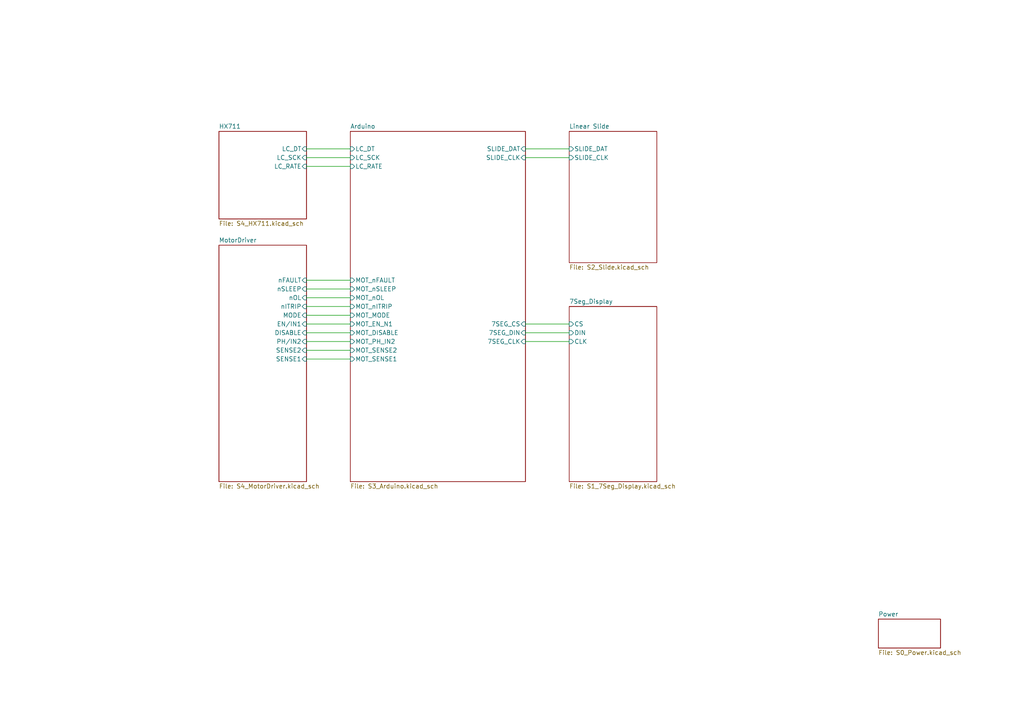
<source format=kicad_sch>
(kicad_sch
	(version 20231120)
	(generator "eeschema")
	(generator_version "8.0")
	(uuid "2bf3ea67-58b8-47b3-a768-ea6950b40edf")
	(paper "A4")
	(lib_symbols)
	(wire
		(pts
			(xy 88.9 93.98) (xy 101.6 93.98)
		)
		(stroke
			(width 0)
			(type default)
		)
		(uuid "13828b07-98cd-4d8a-93cf-6676beae70ca")
	)
	(wire
		(pts
			(xy 88.9 91.44) (xy 101.6 91.44)
		)
		(stroke
			(width 0)
			(type default)
		)
		(uuid "1bf9e015-fa19-4848-8439-4f99d1849710")
	)
	(wire
		(pts
			(xy 88.9 99.06) (xy 101.6 99.06)
		)
		(stroke
			(width 0)
			(type default)
		)
		(uuid "2661d765-ed6f-437b-b13c-65e2c1c4eee0")
	)
	(wire
		(pts
			(xy 88.9 83.82) (xy 101.6 83.82)
		)
		(stroke
			(width 0)
			(type default)
		)
		(uuid "4e1e7deb-2adc-4d94-8375-3c7a3eefce6e")
	)
	(wire
		(pts
			(xy 88.9 86.36) (xy 101.6 86.36)
		)
		(stroke
			(width 0)
			(type default)
		)
		(uuid "5d9d9a46-0b51-4412-8572-e8c25adedb27")
	)
	(wire
		(pts
			(xy 88.9 96.52) (xy 101.6 96.52)
		)
		(stroke
			(width 0)
			(type default)
		)
		(uuid "8b27597a-8947-4b42-bbed-e154924c17cf")
	)
	(wire
		(pts
			(xy 88.9 48.26) (xy 101.6 48.26)
		)
		(stroke
			(width 0)
			(type default)
		)
		(uuid "9281d0f0-0ba7-4e54-a188-0e1b0643a3b2")
	)
	(wire
		(pts
			(xy 152.4 96.52) (xy 165.1 96.52)
		)
		(stroke
			(width 0)
			(type default)
		)
		(uuid "93f2bc31-41ec-4c04-9e92-773723413dbe")
	)
	(wire
		(pts
			(xy 88.9 104.14) (xy 101.6 104.14)
		)
		(stroke
			(width 0)
			(type default)
		)
		(uuid "ada1be23-534a-4da3-83cb-abbc050f0468")
	)
	(wire
		(pts
			(xy 152.4 99.06) (xy 165.1 99.06)
		)
		(stroke
			(width 0)
			(type default)
		)
		(uuid "b53c871e-9079-4fc9-923d-159d8b1c1f6d")
	)
	(wire
		(pts
			(xy 88.9 81.28) (xy 101.6 81.28)
		)
		(stroke
			(width 0)
			(type default)
		)
		(uuid "bcf3f6b8-3fcb-4d30-97f5-850a27f0377c")
	)
	(wire
		(pts
			(xy 88.9 101.6) (xy 101.6 101.6)
		)
		(stroke
			(width 0)
			(type default)
		)
		(uuid "bee57d3d-d553-4dc2-9b8d-63373d8dfcca")
	)
	(wire
		(pts
			(xy 152.4 45.72) (xy 165.1 45.72)
		)
		(stroke
			(width 0)
			(type default)
		)
		(uuid "c9431d5d-9915-4b55-b163-0e5bcd442e85")
	)
	(wire
		(pts
			(xy 152.4 43.18) (xy 165.1 43.18)
		)
		(stroke
			(width 0)
			(type default)
		)
		(uuid "d5999f4e-7b30-48d9-9a8a-d7b28acd9f8d")
	)
	(wire
		(pts
			(xy 88.9 88.9) (xy 101.6 88.9)
		)
		(stroke
			(width 0)
			(type default)
		)
		(uuid "d951428c-9c59-4de5-a86b-0f69f3c2ed54")
	)
	(wire
		(pts
			(xy 88.9 43.18) (xy 101.6 43.18)
		)
		(stroke
			(width 0)
			(type default)
		)
		(uuid "e6f88d71-11f3-4fcb-9aec-736ea4bf6647")
	)
	(wire
		(pts
			(xy 152.4 93.98) (xy 165.1 93.98)
		)
		(stroke
			(width 0)
			(type default)
		)
		(uuid "e7445abf-b371-48e9-ae18-2ab161e6c1ab")
	)
	(wire
		(pts
			(xy 88.9 45.72) (xy 101.6 45.72)
		)
		(stroke
			(width 0)
			(type default)
		)
		(uuid "e8d63d33-b8b7-459e-9a54-464c9c122f21")
	)
	(sheet
		(at 165.1 38.1)
		(size 25.4 38.1)
		(fields_autoplaced yes)
		(stroke
			(width 0.1524)
			(type solid)
		)
		(fill
			(color 0 0 0 0.0000)
		)
		(uuid "2a108526-cc67-4813-b443-9c33235e24c0")
		(property "Sheetname" "Linear Slide"
			(at 165.1 37.3884 0)
			(effects
				(font
					(size 1.27 1.27)
				)
				(justify left bottom)
			)
		)
		(property "Sheetfile" "S2_Slide.kicad_sch"
			(at 165.1 76.7846 0)
			(effects
				(font
					(size 1.27 1.27)
				)
				(justify left top)
			)
		)
		(pin "SLIDE_DAT" input
			(at 165.1 43.18 180)
			(effects
				(font
					(size 1.27 1.27)
				)
				(justify left)
			)
			(uuid "2314da02-1691-4925-920a-d7096f8002b2")
		)
		(pin "SLIDE_CLK" input
			(at 165.1 45.72 180)
			(effects
				(font
					(size 1.27 1.27)
				)
				(justify left)
			)
			(uuid "0bed45dc-1b24-4ca3-97ca-3d387d77dc7f")
		)
		(instances
			(project "UMTK"
				(path "/2bf3ea67-58b8-47b3-a768-ea6950b40edf"
					(page "8")
				)
			)
		)
	)
	(sheet
		(at 63.5 71.12)
		(size 25.4 68.58)
		(fields_autoplaced yes)
		(stroke
			(width 0.1524)
			(type solid)
		)
		(fill
			(color 0 0 0 0.0000)
		)
		(uuid "429db1c7-ec58-4147-903c-f97ceea1f1c2")
		(property "Sheetname" "MotorDriver"
			(at 63.5 70.4084 0)
			(effects
				(font
					(size 1.27 1.27)
				)
				(justify left bottom)
			)
		)
		(property "Sheetfile" "S4_MotorDriver.kicad_sch"
			(at 63.5 140.2846 0)
			(effects
				(font
					(size 1.27 1.27)
				)
				(justify left top)
			)
		)
		(pin "nFAULT" input
			(at 88.9 81.28 0)
			(effects
				(font
					(size 1.27 1.27)
				)
				(justify right)
			)
			(uuid "314f6cf1-5333-4044-bd42-494395191153")
		)
		(pin "nSLEEP" input
			(at 88.9 83.82 0)
			(effects
				(font
					(size 1.27 1.27)
				)
				(justify right)
			)
			(uuid "933b0265-83d6-4dae-9d92-1ebdec96f60d")
		)
		(pin "nOL" input
			(at 88.9 86.36 0)
			(effects
				(font
					(size 1.27 1.27)
				)
				(justify right)
			)
			(uuid "37644617-30e8-47de-a08a-ca6e76a6ca42")
		)
		(pin "nITRIP" input
			(at 88.9 88.9 0)
			(effects
				(font
					(size 1.27 1.27)
				)
				(justify right)
			)
			(uuid "ebd1b327-a372-40f6-920f-0a2caf39b446")
		)
		(pin "MODE" input
			(at 88.9 91.44 0)
			(effects
				(font
					(size 1.27 1.27)
				)
				(justify right)
			)
			(uuid "b4a319b2-cfba-45ad-abcf-5ea97ff71bae")
		)
		(pin "EN{slash}IN1" input
			(at 88.9 93.98 0)
			(effects
				(font
					(size 1.27 1.27)
				)
				(justify right)
			)
			(uuid "01e20a15-9046-476c-b29b-d503f6c0bad1")
		)
		(pin "DISABLE" input
			(at 88.9 96.52 0)
			(effects
				(font
					(size 1.27 1.27)
				)
				(justify right)
			)
			(uuid "b9294a54-c3a5-4809-a9ff-859112363c3b")
		)
		(pin "PH{slash}IN2" input
			(at 88.9 99.06 0)
			(effects
				(font
					(size 1.27 1.27)
				)
				(justify right)
			)
			(uuid "3e2dbac4-f2da-45be-a6d3-528587b30948")
		)
		(pin "SENSE2" input
			(at 88.9 101.6 0)
			(effects
				(font
					(size 1.27 1.27)
				)
				(justify right)
			)
			(uuid "110a599a-f3c4-4cb5-acc5-79ab0cba114b")
		)
		(pin "SENSE1" input
			(at 88.9 104.14 0)
			(effects
				(font
					(size 1.27 1.27)
				)
				(justify right)
			)
			(uuid "f5e193be-8c5b-4839-9edb-4cd463990c92")
		)
		(instances
			(project "UMTK"
				(path "/2bf3ea67-58b8-47b3-a768-ea6950b40edf"
					(page "5")
				)
			)
		)
	)
	(sheet
		(at 101.6 38.1)
		(size 50.8 101.6)
		(fields_autoplaced yes)
		(stroke
			(width 0.1524)
			(type solid)
		)
		(fill
			(color 0 0 0 0.0000)
		)
		(uuid "5307a5c4-d831-4669-9d3e-75e94c372d80")
		(property "Sheetname" "Arduino"
			(at 101.6 37.3884 0)
			(effects
				(font
					(size 1.27 1.27)
				)
				(justify left bottom)
			)
		)
		(property "Sheetfile" "S3_Arduino.kicad_sch"
			(at 101.6 140.2846 0)
			(effects
				(font
					(size 1.27 1.27)
				)
				(justify left top)
			)
		)
		(pin "LC_RATE" input
			(at 101.6 48.26 180)
			(effects
				(font
					(size 1.27 1.27)
				)
				(justify left)
			)
			(uuid "da20c806-a07d-4a46-8374-bb1827529467")
		)
		(pin "MOT_SENSE2" input
			(at 101.6 101.6 180)
			(effects
				(font
					(size 1.27 1.27)
				)
				(justify left)
			)
			(uuid "81b588d5-3974-41b4-88b7-f0e53b9b83f8")
		)
		(pin "MOT_SENSE1" input
			(at 101.6 104.14 180)
			(effects
				(font
					(size 1.27 1.27)
				)
				(justify left)
			)
			(uuid "b29bb294-9fc1-4495-bb42-8923a9a4c70c")
		)
		(pin "7SEG_CS" input
			(at 152.4 93.98 0)
			(effects
				(font
					(size 1.27 1.27)
				)
				(justify right)
			)
			(uuid "21924c5b-8c34-47f8-9b78-658f0bc83c44")
		)
		(pin "7SEG_DIN" input
			(at 152.4 96.52 0)
			(effects
				(font
					(size 1.27 1.27)
				)
				(justify right)
			)
			(uuid "7a83feb0-adba-491b-8c24-7a417971b5d9")
		)
		(pin "SLIDE_CLK" input
			(at 152.4 45.72 0)
			(effects
				(font
					(size 1.27 1.27)
				)
				(justify right)
			)
			(uuid "8c8177e3-6a37-4d63-be18-f1c5133db452")
		)
		(pin "SLIDE_DAT" input
			(at 152.4 43.18 0)
			(effects
				(font
					(size 1.27 1.27)
				)
				(justify right)
			)
			(uuid "821c5ea2-608f-41b7-b7f2-4fbbd5d22f7f")
		)
		(pin "7SEG_CLK" input
			(at 152.4 99.06 0)
			(effects
				(font
					(size 1.27 1.27)
				)
				(justify right)
			)
			(uuid "5344b51b-3a93-40d1-b96f-3347bfcfc1b7")
		)
		(pin "MOT_nFAULT" input
			(at 101.6 81.28 180)
			(effects
				(font
					(size 1.27 1.27)
				)
				(justify left)
			)
			(uuid "99a74000-7a1c-46b8-b499-ee9cc049c9cd")
		)
		(pin "MOT_nSLEEP" input
			(at 101.6 83.82 180)
			(effects
				(font
					(size 1.27 1.27)
				)
				(justify left)
			)
			(uuid "8bd7219b-4321-4abb-9b5f-d401829e662f")
		)
		(pin "MOT_nOL" input
			(at 101.6 86.36 180)
			(effects
				(font
					(size 1.27 1.27)
				)
				(justify left)
			)
			(uuid "9f51cee1-d176-4422-a83a-a991289d0e92")
		)
		(pin "MOT_MODE" input
			(at 101.6 91.44 180)
			(effects
				(font
					(size 1.27 1.27)
				)
				(justify left)
			)
			(uuid "de2be684-5ed7-4e98-add6-880efbd0579c")
		)
		(pin "MOT_EN_N1" input
			(at 101.6 93.98 180)
			(effects
				(font
					(size 1.27 1.27)
				)
				(justify left)
			)
			(uuid "4cdf8465-63ba-4d2c-be9a-bc97410afbc9")
		)
		(pin "MOT_DISABLE" input
			(at 101.6 96.52 180)
			(effects
				(font
					(size 1.27 1.27)
				)
				(justify left)
			)
			(uuid "42ed4e5b-ff17-4dde-9f88-2b5eb7dfeb69")
		)
		(pin "MOT_PH_IN2" input
			(at 101.6 99.06 180)
			(effects
				(font
					(size 1.27 1.27)
				)
				(justify left)
			)
			(uuid "fd2c8231-a494-46f5-b41d-e6a19dc13e57")
		)
		(pin "LC_DT" input
			(at 101.6 43.18 180)
			(effects
				(font
					(size 1.27 1.27)
				)
				(justify left)
			)
			(uuid "672a6956-91dd-4fe1-bc76-a6410efafe1e")
		)
		(pin "LC_SCK" input
			(at 101.6 45.72 180)
			(effects
				(font
					(size 1.27 1.27)
				)
				(justify left)
			)
			(uuid "3408b465-1c2c-4b1c-9d85-34e5733e7ad9")
		)
		(pin "MOT_nITRIP" input
			(at 101.6 88.9 180)
			(effects
				(font
					(size 1.27 1.27)
				)
				(justify left)
			)
			(uuid "821caac9-aaae-43cc-a693-1c02ad52c2d8")
		)
		(instances
			(project "UMTK"
				(path "/2bf3ea67-58b8-47b3-a768-ea6950b40edf"
					(page "4")
				)
			)
		)
	)
	(sheet
		(at 254.762 179.578)
		(size 18.034 8.382)
		(fields_autoplaced yes)
		(stroke
			(width 0.1524)
			(type solid)
		)
		(fill
			(color 0 0 0 0.0000)
		)
		(uuid "9034045e-70ca-44cd-84b0-62f91947c95b")
		(property "Sheetname" "Power"
			(at 254.762 178.8664 0)
			(effects
				(font
					(size 1.27 1.27)
				)
				(justify left bottom)
			)
		)
		(property "Sheetfile" "S0_Power.kicad_sch"
			(at 254.762 188.5446 0)
			(effects
				(font
					(size 1.27 1.27)
				)
				(justify left top)
			)
		)
		(instances
			(project "UMTK"
				(path "/2bf3ea67-58b8-47b3-a768-ea6950b40edf"
					(page "7")
				)
			)
		)
	)
	(sheet
		(at 165.1 88.9)
		(size 25.4 50.8)
		(fields_autoplaced yes)
		(stroke
			(width 0.1524)
			(type solid)
		)
		(fill
			(color 0 0 0 0.0000)
		)
		(uuid "96966801-b9b1-4005-b7bb-fead645709bc")
		(property "Sheetname" "7Seg_Display"
			(at 165.1 88.1884 0)
			(effects
				(font
					(size 1.27 1.27)
				)
				(justify left bottom)
			)
		)
		(property "Sheetfile" "S1_7Seg_Display.kicad_sch"
			(at 165.1 140.2846 0)
			(effects
				(font
					(size 1.27 1.27)
				)
				(justify left top)
			)
		)
		(pin "CS" input
			(at 165.1 93.98 180)
			(effects
				(font
					(size 1.27 1.27)
				)
				(justify left)
			)
			(uuid "67a3ad1b-d2cd-4efa-b60f-d1de7c016a69")
		)
		(pin "DIN" input
			(at 165.1 96.52 180)
			(effects
				(font
					(size 1.27 1.27)
				)
				(justify left)
			)
			(uuid "8ea875c2-a14c-4167-90fc-ff1cd7f6e987")
		)
		(pin "CLK" input
			(at 165.1 99.06 180)
			(effects
				(font
					(size 1.27 1.27)
				)
				(justify left)
			)
			(uuid "3b75beea-58f5-4710-997f-4e894dc96f6d")
		)
		(instances
			(project "UMTK"
				(path "/2bf3ea67-58b8-47b3-a768-ea6950b40edf"
					(page "6")
				)
			)
		)
	)
	(sheet
		(at 63.5 38.1)
		(size 25.4 25.4)
		(fields_autoplaced yes)
		(stroke
			(width 0.1524)
			(type solid)
		)
		(fill
			(color 0 0 0 0.0000)
		)
		(uuid "b421850b-f091-436d-99dc-672cc95b7600")
		(property "Sheetname" "HX711"
			(at 63.5 37.3884 0)
			(effects
				(font
					(size 1.27 1.27)
				)
				(justify left bottom)
			)
		)
		(property "Sheetfile" "S4_HX711.kicad_sch"
			(at 63.5 64.0846 0)
			(effects
				(font
					(size 1.27 1.27)
				)
				(justify left top)
			)
		)
		(pin "LC_DT" input
			(at 88.9 43.18 0)
			(effects
				(font
					(size 1.27 1.27)
				)
				(justify right)
			)
			(uuid "74eae676-30e4-4fd1-bc65-17fbadf8179b")
		)
		(pin "LC_RATE" input
			(at 88.9 48.26 0)
			(effects
				(font
					(size 1.27 1.27)
				)
				(justify right)
			)
			(uuid "dbc545db-8831-4de1-b31d-71595846c230")
		)
		(pin "LC_SCK" input
			(at 88.9 45.72 0)
			(effects
				(font
					(size 1.27 1.27)
				)
				(justify right)
			)
			(uuid "c90bc9e6-81dc-4f48-a36a-e5222587bb9f")
		)
		(instances
			(project "UMTK"
				(path "/2bf3ea67-58b8-47b3-a768-ea6950b40edf"
					(page "6")
				)
			)
		)
	)
	(sheet_instances
		(path "/"
			(page "#")
		)
	)
)

</source>
